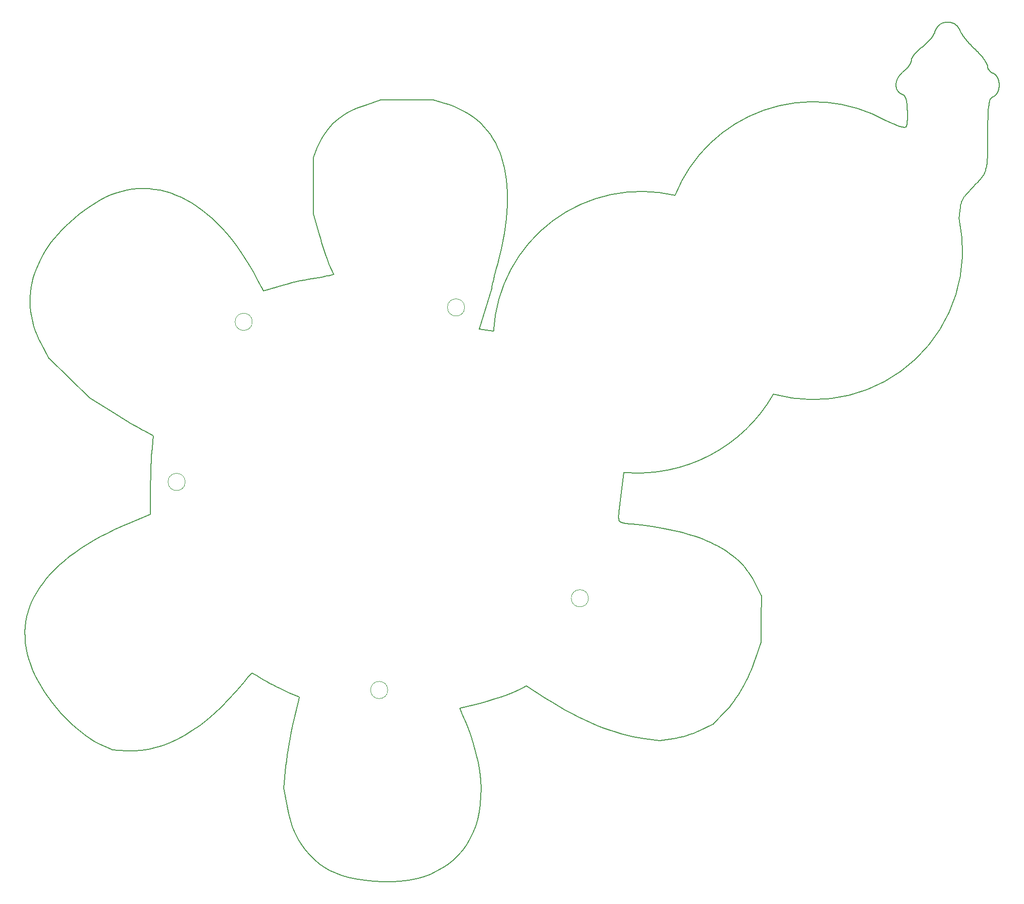
<source format=gbr>
%TF.GenerationSoftware,KiCad,Pcbnew,7.0.9*%
%TF.CreationDate,2023-12-28T12:53:38-06:00*%
%TF.ProjectId,bsidesPR,62736964-6573-4505-922e-6b696361645f,rev?*%
%TF.SameCoordinates,Original*%
%TF.FileFunction,Profile,NP*%
%FSLAX46Y46*%
G04 Gerber Fmt 4.6, Leading zero omitted, Abs format (unit mm)*
G04 Created by KiCad (PCBNEW 7.0.9) date 2023-12-28 12:53:38*
%MOMM*%
%LPD*%
G01*
G04 APERTURE LIST*
%TA.AperFunction,Profile*%
%ADD10C,0.100000*%
%TD*%
%TA.AperFunction,Profile*%
%ADD11C,0.194720*%
%TD*%
G04 APERTURE END LIST*
D10*
X127738000Y-128778000D02*
G75*
G03*
X127738000Y-128778000I-1500000J0D01*
G01*
X92710000Y-144804000D02*
G75*
G03*
X92710000Y-144804000I-1500000J0D01*
G01*
X69064000Y-80494000D02*
G75*
G03*
X69064000Y-80494000I-1500000J0D01*
G01*
X57356000Y-108458000D02*
G75*
G03*
X57356000Y-108458000I-1500000J0D01*
G01*
X106124000Y-77978000D02*
G75*
G03*
X106124000Y-77978000I-1500000J0D01*
G01*
D11*
X71107855Y-143046124D02*
X71594561Y-143324526D01*
X127046150Y-150035087D02*
X128145396Y-150534771D01*
X60333073Y-61008798D02*
X59436693Y-60360916D01*
X44580512Y-155218720D02*
X44585552Y-155220013D01*
X32047465Y-69708865D02*
X31677288Y-70495133D01*
X134511047Y-152730341D02*
X135527043Y-152959588D01*
X79705360Y-51795470D02*
X79703353Y-51800873D01*
X149551657Y-150754556D02*
X149556033Y-150751315D01*
X77719731Y-171891511D02*
X78378739Y-172800754D01*
X188367121Y-29416549D02*
X188324891Y-29505561D01*
X31951602Y-126905515D02*
X31433041Y-127727641D01*
X183353799Y-42672706D02*
X183378706Y-43000058D01*
X100607237Y-41722347D02*
X100599179Y-41721203D01*
X183155833Y-46417163D02*
X183144954Y-46427677D01*
X70732894Y-74567639D02*
X70577593Y-74279518D01*
X133140766Y-115263598D02*
X133117391Y-115223447D01*
X30371470Y-75332810D02*
X30309144Y-76152163D01*
X145566052Y-117715235D02*
X144019286Y-117274773D01*
X44555805Y-155210569D02*
X44560674Y-155212423D01*
X108685583Y-166106938D02*
X108870470Y-164792463D01*
X149568689Y-150740983D02*
X149572746Y-150737339D01*
X57308955Y-152704839D02*
X58592085Y-151911780D01*
X152339830Y-147768460D02*
X152738113Y-147272431D01*
X79690932Y-51856869D02*
X79690465Y-51862607D01*
X181416169Y-39107759D02*
X181418750Y-39251812D01*
X84713205Y-44585704D02*
X84150257Y-44996605D01*
X29383408Y-134695137D02*
X29392281Y-135608890D01*
X81433903Y-48062559D02*
X81078760Y-48684968D01*
X198257673Y-41222445D02*
X198285681Y-41211957D01*
X181133170Y-45988919D02*
X180824258Y-45856713D01*
X29776694Y-138397649D02*
X30024699Y-139341736D01*
X107099221Y-170793000D02*
X107620597Y-169711170D01*
X113597643Y-57791616D02*
X113537000Y-56706952D01*
X90328435Y-178241901D02*
X91918846Y-178324108D01*
X51818835Y-100389890D02*
X51574694Y-102622312D01*
X197573245Y-36424444D02*
X197529194Y-36346404D01*
X197931837Y-41525439D02*
X197952991Y-41490117D01*
X86969176Y-177798108D02*
X88678074Y-178067182D01*
X133012081Y-114742174D02*
X133009219Y-114658941D01*
X30630275Y-73702313D02*
X30478597Y-74515944D01*
X197370539Y-35674701D02*
X197357477Y-35636806D01*
X143643905Y-153091445D02*
X144244146Y-152939419D01*
X184156457Y-34535078D02*
X184132500Y-34606328D01*
X79722106Y-61540296D02*
X79722949Y-61548142D01*
X71023306Y-75057422D02*
X71016121Y-75058496D01*
X68948210Y-141863291D02*
X68956444Y-141854566D01*
X191854761Y-28613604D02*
X191782051Y-28559508D01*
X100566672Y-41719480D02*
X100566886Y-41719808D01*
X184561033Y-33870622D02*
X184501779Y-33947428D01*
X68573126Y-70633430D02*
X67820805Y-69420153D01*
X68777906Y-142050282D02*
X68864481Y-141954104D01*
X129234885Y-150996762D02*
X130313903Y-151420746D01*
X197808708Y-36720873D02*
X197741935Y-36650690D01*
X51295352Y-109659421D02*
X51277774Y-114128171D01*
X157907888Y-128241074D02*
X157905416Y-128234694D01*
X133165253Y-113001964D02*
X133264000Y-112259189D01*
X195322155Y-56493551D02*
X195707971Y-56090345D01*
X183187332Y-46380409D02*
X183176944Y-46393575D01*
X182950200Y-41089497D02*
X182968944Y-41119099D01*
X111178000Y-73077085D02*
X111323031Y-72480312D01*
X197529194Y-36346404D02*
X197492052Y-36268356D01*
X42567844Y-118043687D02*
X41378229Y-118706470D01*
X149560331Y-150747972D02*
X149564551Y-150744527D01*
X183141455Y-36394617D02*
X183079161Y-36453417D01*
X110861602Y-74608335D02*
X110873191Y-74519098D01*
X191475780Y-28375235D02*
X191395882Y-28337200D01*
X144244146Y-152939419D02*
X144853602Y-152762687D01*
X75386713Y-166367798D02*
X75721688Y-167599121D01*
X184088370Y-34889722D02*
X184086900Y-34920191D01*
X44575502Y-155217315D02*
X44580512Y-155218720D01*
X195256369Y-32956090D02*
X195043993Y-32755302D01*
X91457503Y-41760816D02*
X88875472Y-42610425D01*
X43811995Y-117395646D02*
X42567844Y-118043687D01*
X34204937Y-147078274D02*
X34955344Y-148009100D01*
X52934164Y-57505144D02*
X51983536Y-57343394D01*
X30678386Y-80260002D02*
X30890175Y-81078540D01*
X197348423Y-52265296D02*
X197385638Y-51594283D01*
X101254569Y-176463841D02*
X102314568Y-175872221D01*
X197028741Y-35004879D02*
X196967977Y-34911318D01*
X68980879Y-141841129D02*
X68988181Y-141844744D01*
X183324665Y-46031407D02*
X183309606Y-46095368D01*
X47212302Y-57485685D02*
X46261311Y-57707177D01*
X145462979Y-152564137D02*
X146062984Y-152346658D01*
X76001876Y-73670918D02*
X75271114Y-73851571D01*
X184082510Y-34954562D02*
X184075229Y-34992587D01*
X70990891Y-75030826D02*
X70981737Y-75015527D01*
X198083562Y-41328862D02*
X198106541Y-41309198D01*
X50075715Y-57208891D02*
X49120486Y-57236945D01*
X133009219Y-114658941D02*
X133008668Y-114569898D01*
X121428444Y-146982220D02*
X122565810Y-147665675D01*
X45313696Y-57993956D02*
X44370440Y-58346426D01*
X199303244Y-40010473D02*
X199325503Y-39933048D01*
X191554452Y-28416484D02*
X191475780Y-28375235D01*
X33849678Y-124512369D02*
X33160290Y-125297675D01*
X197652606Y-42429412D02*
X197683891Y-42265014D01*
X183023149Y-46492099D02*
X183005517Y-46496736D01*
X179740957Y-45386126D02*
G75*
G03*
X142856688Y-58397001I-12744967J-22656224D01*
G01*
X183409083Y-44728251D02*
X183406031Y-44984209D01*
X198033783Y-36904773D02*
X197955123Y-36848697D01*
X197401476Y-35786803D02*
X197392591Y-35749643D01*
X79705558Y-56698270D02*
X79721190Y-61516629D01*
X111857688Y-70430600D02*
X112224421Y-69024441D01*
X198204335Y-41246295D02*
X198230580Y-41233847D01*
X69869486Y-142331243D02*
X70250107Y-142548663D01*
X197255448Y-53121123D02*
X197292055Y-52853671D01*
X70666048Y-142788740D02*
X71107855Y-143046124D01*
X79725437Y-61563729D02*
X79727080Y-61571456D01*
X190293479Y-28135785D02*
X190293448Y-28135816D01*
X67428168Y-143655530D02*
X67747638Y-143265898D01*
X182787004Y-40899257D02*
X182808733Y-40918788D01*
X69306469Y-71900837D02*
X68573126Y-70633430D01*
X133020935Y-114265871D02*
X133029685Y-114151547D01*
X33530933Y-86819845D02*
X33533368Y-86823699D01*
X182332922Y-46426132D02*
X182237824Y-46399733D01*
X147717645Y-118467687D02*
X147022897Y-118204596D01*
X84665319Y-177204176D02*
X85790386Y-177539543D01*
X183039751Y-46487080D02*
X183023149Y-46492099D01*
X48165688Y-57329075D02*
X47212302Y-57485685D01*
X78836409Y-73079129D02*
X78184527Y-73196916D01*
X157922169Y-128314593D02*
X157921870Y-128307735D01*
X133084659Y-113630077D02*
X133165253Y-113001964D01*
X33412864Y-67398286D02*
X32915548Y-68159773D01*
X183884488Y-35458136D02*
X183849923Y-35519006D01*
X30512914Y-79439455D02*
X30678386Y-80260002D01*
X74568266Y-161920666D02*
X74568379Y-161928275D01*
X185301594Y-33071979D02*
X185133585Y-33232098D01*
X130313903Y-151420746D02*
X131381740Y-151806409D01*
X197322881Y-52568963D02*
X197348423Y-52265296D01*
X33535878Y-86827502D02*
X33538463Y-86831254D01*
X77123514Y-170915601D02*
X77719731Y-171891511D01*
X181490220Y-39667785D02*
X181535089Y-39799104D01*
X183407097Y-43741839D02*
X183410636Y-44157285D01*
X110600376Y-47771823D02*
X110074864Y-47078060D01*
X199043965Y-40584193D02*
X199084719Y-40517801D01*
X30890175Y-81078540D02*
X31148534Y-81894321D01*
X182506795Y-46467999D02*
X182422574Y-46448861D01*
X75398871Y-145237485D02*
X77293402Y-146057797D01*
X196968250Y-54256276D02*
X197041242Y-54051714D01*
X197440456Y-36115363D02*
X197432642Y-36078331D01*
X31453714Y-82706595D02*
X31805969Y-83514612D01*
X113634424Y-145578691D02*
X114684064Y-145172337D01*
X150855381Y-119968411D02*
X150272573Y-119643466D01*
X79721190Y-61516629D02*
X79721225Y-61524533D01*
X79692293Y-51845448D02*
X79691542Y-51851149D01*
X193125791Y-30503495D02*
X192987002Y-30297610D01*
X74412189Y-144786329D02*
X74932679Y-145031097D01*
X192364464Y-29161795D02*
X192308733Y-29082060D01*
X81194720Y-66693102D02*
X81688180Y-68234157D01*
X193278650Y-30718846D02*
X193125791Y-30503495D01*
X133481024Y-152461520D02*
X134511047Y-152730341D01*
X108468773Y-157460094D02*
X108115379Y-155855308D01*
X198802617Y-40884038D02*
X198855904Y-40828908D01*
X187274822Y-31333090D02*
X187114938Y-31509647D01*
X188169901Y-29949858D02*
X188147220Y-30013737D01*
X146305705Y-117953789D02*
X145566052Y-117715235D01*
X156406285Y-125337029D02*
X156112370Y-124847849D01*
X184501779Y-33947428D02*
X184445614Y-34023312D01*
X74568379Y-161928275D02*
X74568742Y-161935874D01*
X75293390Y-155251029D02*
X75151875Y-156230561D01*
X198906684Y-37473038D02*
X198855909Y-37415322D01*
X64943624Y-146488000D02*
X66191302Y-145118173D01*
X187922465Y-30461030D02*
X187871558Y-30543822D01*
X198627676Y-37211985D02*
X198564325Y-37168867D01*
X181431992Y-39393556D02*
X181455835Y-39532408D01*
X94914175Y-178218348D02*
X96316269Y-178034062D01*
X108978373Y-162005649D02*
X108899152Y-160537220D01*
X182422574Y-46448861D02*
X182332922Y-46426132D01*
X153507594Y-146217808D02*
X153878066Y-145660565D01*
X80747885Y-49342446D02*
X80439925Y-50036206D01*
X36255506Y-122233620D02*
X35397495Y-122980116D01*
X33528573Y-86815943D02*
X33530933Y-86819845D01*
X182400904Y-40702142D02*
X182472896Y-40732748D01*
X44600836Y-155223204D02*
X44605979Y-155224038D01*
X184297742Y-34246192D02*
X184256018Y-34319149D01*
X196337514Y-55358424D02*
X196467322Y-55181703D01*
X157906668Y-132378110D02*
X157922263Y-128321469D01*
X81814670Y-47474006D02*
X81433903Y-48062559D01*
X195888308Y-33580192D02*
X195684479Y-33369435D01*
X183262589Y-36273867D02*
X183202631Y-36334720D01*
X47869570Y-115542233D02*
X46463067Y-116144693D01*
X64638367Y-65117107D02*
X63803626Y-64181052D01*
X82429018Y-72427435D02*
X82098534Y-72493867D01*
X70999465Y-75044999D02*
X70990891Y-75030826D01*
X49301487Y-99049382D02*
X49850823Y-99359632D01*
X71594561Y-143324526D02*
X72129702Y-143619305D01*
X182031232Y-46335623D02*
X181919709Y-46297757D01*
X44595716Y-155222255D02*
X44600836Y-155223204D01*
X110074864Y-47078060D02*
X109507804Y-46422215D01*
X33558561Y-86855998D02*
X33561709Y-86859302D01*
X49850823Y-99359632D02*
X50275866Y-99589108D01*
X182199795Y-40595783D02*
X182264346Y-40633587D01*
X148389969Y-118743090D02*
X147717645Y-118467687D01*
X187698637Y-30801130D02*
X187634738Y-30889010D01*
X33552468Y-86849211D02*
X33555480Y-86852634D01*
X51983536Y-57343394D02*
X51030393Y-57244508D01*
X197494617Y-44011830D02*
X197529450Y-43478369D01*
X183996497Y-35228793D02*
X183972491Y-35283510D01*
X199363467Y-38468794D02*
X199345560Y-38389555D01*
X36543666Y-149773815D02*
X37369310Y-150593908D01*
X197105979Y-53836957D02*
X197162906Y-53611064D01*
X198199553Y-36997341D02*
X198157208Y-36976891D01*
X198855909Y-37415322D02*
X198802622Y-37360191D01*
X199426096Y-39287335D02*
X199429186Y-39204770D01*
X44585552Y-155220013D02*
X44590621Y-155221191D01*
X183730948Y-35706120D02*
X183686438Y-35769315D01*
X108677354Y-81738827D02*
X111177355Y-82138827D01*
X182742362Y-40863535D02*
X182764882Y-40880849D01*
X184974722Y-33393166D02*
X184825891Y-33554130D01*
X30393506Y-78617648D02*
X30512914Y-79439455D01*
X70922337Y-74910943D02*
X70865859Y-74809772D01*
X197423545Y-36006413D02*
X197422385Y-35971723D01*
X40710946Y-93763096D02*
X40715543Y-93766822D01*
X192915039Y-59376884D02*
X192985868Y-59217692D01*
X140139105Y-153643811D02*
X140146894Y-153644742D01*
X156451473Y-140573423D02*
X156718906Y-139869011D01*
X182623643Y-40792325D02*
X182648218Y-40804619D01*
X67050337Y-68261444D02*
X66262554Y-67157741D01*
X182648218Y-40804619D02*
X182672373Y-40817857D01*
X182264346Y-40633587D02*
X182331385Y-40669064D01*
X198498452Y-37129170D02*
X198430055Y-37093060D01*
X131381740Y-151806409D02*
X132437684Y-152153438D01*
X183488245Y-36023672D02*
X183434157Y-36086960D01*
X135527043Y-152959588D02*
X136528300Y-153148949D01*
X108968440Y-163424715D02*
X108978373Y-162005649D01*
X183182120Y-41641667D02*
X183209920Y-41746858D01*
X154310745Y-122593494D02*
X153883881Y-122180727D01*
X112548189Y-67649115D02*
X112829041Y-66304916D01*
X38207761Y-151363296D02*
X39052884Y-152075081D01*
X40243359Y-119383770D02*
X39163442Y-120075361D01*
X183391664Y-45436228D02*
X183378868Y-45631950D01*
X79703353Y-51800873D02*
X79701485Y-51806320D01*
X183090519Y-41367017D02*
X183122292Y-41451833D01*
X133458453Y-115508548D02*
X133402627Y-115482536D01*
X134464537Y-115732287D02*
X134223044Y-115698422D01*
X183208048Y-46350974D02*
X183197714Y-46366269D01*
X107126588Y-152523065D02*
X106488955Y-150799518D01*
X183209920Y-41746858D02*
X183235902Y-41858689D01*
X55761133Y-58363546D02*
X54823945Y-58015624D01*
X192797385Y-59711957D02*
X192852383Y-59541148D01*
X44611142Y-155224756D02*
X44616324Y-155225358D01*
X149667414Y-119330951D02*
X149039886Y-119030835D01*
X91529776Y-41749112D02*
X91520576Y-41749307D01*
X40635849Y-60421251D02*
X39733897Y-61056757D01*
X149572746Y-150737339D02*
X149576718Y-150733597D01*
X83252425Y-72235379D02*
X82654769Y-72377957D01*
X29392281Y-135608890D02*
X29460666Y-136530826D01*
X136528300Y-153148949D02*
X137514105Y-153298108D01*
X198061039Y-41350366D02*
X198083562Y-41328862D01*
X157905416Y-128234694D02*
X157902752Y-128228383D01*
X199303224Y-38233750D02*
X199278769Y-38157375D01*
X91475178Y-41755734D02*
X91466295Y-41758097D01*
X30024699Y-139341736D02*
X30332941Y-140292408D01*
X128145396Y-150534771D02*
X129234885Y-150996762D01*
X71008284Y-75059827D02*
X70999465Y-75044999D01*
X186506644Y-32097065D02*
X186415617Y-32174668D01*
X195473491Y-33160946D02*
X195256369Y-32956090D01*
X183005517Y-46496736D02*
X182986777Y-46501035D01*
X67820805Y-69420153D02*
X67050337Y-68261444D01*
X193154114Y-58908619D02*
X193252561Y-58755790D01*
X184091232Y-34818962D02*
X184088370Y-34889722D01*
X71070784Y-75049832D02*
X71060737Y-75051820D01*
X193480687Y-58446168D02*
X193611397Y-58286426D01*
X80057904Y-72868651D02*
X78836409Y-73079129D01*
X68049021Y-142902318D02*
X68325622Y-142573059D01*
X195684479Y-33369435D02*
X195473491Y-33160946D01*
X182137739Y-40555725D02*
X182199795Y-40595783D01*
X83594983Y-176793134D02*
X84665319Y-177204176D01*
X31350081Y-71288327D02*
X31066269Y-72087756D01*
X197752627Y-41978525D02*
X197789787Y-41855631D01*
X33951971Y-66646393D02*
X33412864Y-67398286D01*
X197623572Y-42608449D02*
X197652606Y-42429412D01*
X79695393Y-51828491D02*
X79694219Y-51834117D01*
X191232826Y-28270778D02*
X191149879Y-28242394D01*
X194408624Y-32098526D02*
X194202341Y-31868083D01*
X91511401Y-41749868D02*
X91502264Y-41750793D01*
X157914150Y-128260586D02*
X157912257Y-128254024D01*
X182021142Y-40469141D02*
X182078185Y-40513487D01*
X199278769Y-38157375D02*
X199252105Y-38082147D01*
X181676034Y-38070089D02*
X181610701Y-38219109D01*
X79699754Y-51811808D02*
X79698161Y-51817334D01*
X71016121Y-75058496D02*
X71008284Y-75059827D01*
X111323031Y-72480312D02*
X111487059Y-71830031D01*
X199345579Y-39854668D02*
X199363484Y-39775430D01*
X199192098Y-37935514D02*
X199158728Y-37864301D01*
X198746817Y-40936415D02*
X198802617Y-40884038D01*
X59872809Y-151020227D02*
X61149726Y-150031126D01*
X48377369Y-155418882D02*
X49638110Y-155341791D01*
X79690465Y-51862607D02*
X79690142Y-51868359D01*
X181773833Y-40218343D02*
X181818216Y-40272135D01*
X105297301Y-148005139D02*
X107799262Y-147401624D01*
X196903554Y-34815930D02*
X196835585Y-34718837D01*
X182331385Y-40669064D02*
X182400904Y-40702142D01*
X199325503Y-39933048D02*
X199345579Y-39854668D01*
X79690142Y-51868359D02*
X79689961Y-51874122D01*
X199252105Y-38082147D02*
X199223219Y-38008161D01*
X70865859Y-74809772D02*
X70802468Y-74694956D01*
X133736497Y-115601899D02*
X133658353Y-115580062D01*
X197327542Y-35559893D02*
X197310775Y-35520762D01*
X182385733Y-37065457D02*
X182257854Y-37202389D01*
X86618088Y-43500317D02*
X85945766Y-43838773D01*
X113262203Y-63711066D02*
X113414613Y-62462000D01*
X68570746Y-142286389D02*
X68679548Y-142161487D01*
X181966616Y-40422760D02*
X182021142Y-40469141D01*
X197212564Y-53373020D02*
X197255448Y-53121123D01*
X192757539Y-29922179D02*
X192669818Y-29756606D01*
X182078185Y-40513487D02*
X182137739Y-40555725D01*
X188285757Y-29597398D02*
X188249823Y-29692048D01*
X153127489Y-146755322D02*
X153507594Y-146217808D01*
X193252561Y-58755790D02*
X193361247Y-58602131D01*
X182138677Y-37342102D02*
X182028278Y-37484246D01*
X44550976Y-155208604D02*
X44555805Y-155210569D01*
X184392748Y-34098349D02*
X184343388Y-34172617D01*
X198242398Y-37015833D02*
X198199553Y-36997341D01*
X197467257Y-44615873D02*
X197494617Y-44011830D01*
X30291873Y-76973253D02*
X30319910Y-77795331D01*
X71051973Y-75053362D02*
X71044171Y-75054576D01*
X183361340Y-45807255D02*
X183338339Y-45961972D01*
X196045498Y-55716203D02*
X196197021Y-55536062D01*
X199420929Y-39369712D02*
X199426096Y-39287335D01*
X44370440Y-58346426D02*
X43432524Y-58764990D01*
X108899152Y-160537220D02*
X108729658Y-159021383D01*
X182585598Y-46483623D02*
X182506795Y-46467999D01*
X199379233Y-39695428D02*
X199392838Y-39614760D01*
X196967977Y-34911318D02*
X196903554Y-34815930D01*
X196835585Y-34718837D02*
X196764182Y-34620160D01*
X197741935Y-36650690D02*
X197680106Y-36577370D01*
X180824258Y-45856713D02*
X179740957Y-45386126D01*
X191925718Y-28670909D02*
X191854761Y-28613604D01*
X74932679Y-145031097D02*
X75398871Y-145239484D01*
X197408863Y-35823830D02*
X197401476Y-35786803D01*
X149538088Y-150763647D02*
X149542683Y-150760723D01*
X199000709Y-40648667D02*
X199043965Y-40584193D01*
X70802468Y-74694956D02*
X70732894Y-74567639D01*
X74572692Y-161966046D02*
X75119567Y-165073453D01*
X113067029Y-64992136D02*
X113262203Y-63711066D01*
X142508246Y-153309827D02*
X143062174Y-153215877D01*
X184132500Y-34606328D02*
X184113505Y-34677341D01*
X142382453Y-116882978D02*
X140655405Y-116539614D01*
X185661503Y-32758782D02*
X185477863Y-32913856D01*
X199122973Y-40449656D02*
X199158728Y-40379926D01*
X181750536Y-37921741D02*
X181676034Y-38070089D01*
X182727014Y-46504633D02*
X182659000Y-46495808D01*
X133046502Y-115021106D02*
X133034463Y-114959064D01*
X81688180Y-68234157D02*
X81931117Y-68950787D01*
X192708325Y-60082292D02*
X192749515Y-59891596D01*
X133024708Y-114892032D02*
X133017246Y-114819803D01*
X70971175Y-74997327D02*
X70922337Y-74910943D01*
X96316269Y-178034062D02*
X97652767Y-177764628D01*
X62093005Y-62479656D02*
X61218787Y-61715190D01*
X189456829Y-28350173D02*
X189300586Y-28430638D01*
X183005378Y-41182515D02*
X183023076Y-41216388D01*
X182672373Y-40817857D02*
X182696112Y-40832069D01*
X181732005Y-40162880D02*
X181773833Y-40218343D01*
X113537000Y-56706952D02*
X113433900Y-55656044D01*
X79727080Y-61571456D02*
X79728987Y-61579129D01*
X39898544Y-152722366D02*
X40738604Y-153298254D01*
X100566886Y-41719808D02*
X96047354Y-41735410D01*
X132437684Y-152153438D02*
X133481024Y-152461520D01*
X40729891Y-93777276D02*
X40734851Y-93780515D01*
X183434157Y-36086960D02*
X183378451Y-36149847D01*
X183686438Y-35769315D02*
X183639814Y-35832807D01*
X71037008Y-75055579D02*
X71023306Y-75057422D01*
X137514105Y-153298108D02*
X140139105Y-153643811D01*
X182911635Y-41034354D02*
X182931099Y-41061259D01*
X152963467Y-121393066D02*
X152469881Y-121018113D01*
X183309606Y-46095368D02*
X183293296Y-46153893D01*
X198627670Y-41032243D02*
X198688502Y-40985873D01*
X69533637Y-142141828D02*
X69869486Y-142331243D01*
X183540617Y-35960125D02*
X183488245Y-36023672D01*
X111055621Y-73607476D02*
X111113746Y-73351362D01*
X151954016Y-120655705D02*
X151415856Y-120305814D01*
X107620597Y-169711170D02*
X108059528Y-168568247D01*
X192560375Y-29512719D02*
X192515661Y-29420193D01*
X152469881Y-121018113D02*
X151954016Y-120655705D01*
X157917350Y-128273861D02*
X157915848Y-128267200D01*
X44546189Y-155206528D02*
X44550976Y-155208604D01*
X197910681Y-41563527D02*
X197931837Y-41525439D01*
X199278788Y-40086848D02*
X199303244Y-40010473D01*
X71305311Y-74995851D02*
X71177707Y-75026441D01*
X106488955Y-150799518D02*
X105754340Y-149040296D01*
X43432524Y-58764990D02*
X42500931Y-59250051D01*
X33533368Y-86823699D02*
X33535878Y-86827502D01*
X151933004Y-148242734D02*
X152339830Y-147768460D01*
X100615252Y-41723774D02*
X100607237Y-41722347D01*
X133264620Y-115397247D02*
X133227738Y-115366226D01*
X110850446Y-74659822D02*
X110852757Y-74652642D01*
X107668357Y-154208980D02*
X107126588Y-152523065D01*
X181418209Y-46106756D02*
X181133170Y-45988919D01*
X186947842Y-31683545D02*
X186774768Y-31853323D01*
X81931117Y-68950787D02*
X82162004Y-69602483D01*
X192852383Y-59541148D02*
X192915039Y-59376884D01*
X182871604Y-40984426D02*
X182891805Y-41008753D01*
X113288391Y-54639187D02*
X113100526Y-53656671D01*
X199043967Y-37660036D02*
X199000711Y-37595562D01*
X182851028Y-40961343D02*
X182871604Y-40984426D01*
X189782918Y-28226481D02*
X189617886Y-28282081D01*
X91484141Y-41753728D02*
X91475178Y-41755734D01*
X110854831Y-74645394D02*
X110856667Y-74638083D01*
X184099680Y-34748193D02*
X184091232Y-34818962D01*
X91502264Y-41750793D02*
X91493173Y-41752080D01*
X110060538Y-146779538D02*
X111275116Y-146398622D01*
X197955123Y-36848697D02*
X197879934Y-36787136D01*
X187871558Y-30543822D02*
X187817190Y-30628276D01*
X91466295Y-41758097D02*
X91457503Y-41760816D01*
X199430213Y-39122113D02*
X199429185Y-39039456D01*
X110859619Y-74623298D02*
X110860732Y-74615836D01*
X100123329Y-176977676D02*
X101254569Y-176463841D01*
X197432642Y-36078331D02*
X197426985Y-36041982D01*
X85790386Y-177539543D02*
X86969176Y-177798108D01*
X192127012Y-28862065D02*
X192061949Y-28795141D01*
X187817190Y-30628276D02*
X187759502Y-30714132D01*
X196446588Y-34212402D02*
X196270388Y-34003042D01*
X197572266Y-43011803D02*
X197623572Y-42608449D01*
X33541120Y-86834954D02*
X33543850Y-86838601D01*
X33546652Y-86842193D02*
X33549525Y-86845730D01*
X198074261Y-36930509D02*
X198033783Y-36904773D01*
X183302971Y-42234667D02*
X183321714Y-42373699D01*
X193361247Y-58602131D02*
X193480687Y-58446168D01*
X79728987Y-61579129D02*
X80738753Y-65153348D01*
X199363484Y-39775430D02*
X199379233Y-39695428D01*
X197418492Y-49949885D02*
X197422385Y-47811566D01*
X105243826Y-43305166D02*
X104391373Y-42925617D01*
X51519316Y-103204767D02*
X51469233Y-103928572D01*
X69026029Y-141863426D02*
X69035590Y-141868390D01*
X153878066Y-145660565D02*
X154238542Y-145084269D01*
X109507804Y-46422215D02*
X108899391Y-45804677D01*
X133900000Y-106800000D02*
G75*
G03*
X160020380Y-93125663I2400000J27200000D01*
G01*
X182522234Y-36931659D02*
X182385733Y-37065457D01*
X79696708Y-51822896D02*
X79695393Y-51828491D01*
X44605979Y-155224038D02*
X44611142Y-155224756D01*
X198038908Y-41373843D02*
X198061039Y-41350366D01*
X198746823Y-37307814D02*
X198688508Y-37258356D01*
X188412342Y-29330379D02*
X188367121Y-29416549D01*
X30225353Y-130263098D02*
X29939393Y-131129943D01*
X81622534Y-175748528D02*
X82580385Y-176307543D01*
X140178185Y-153645807D02*
X140186008Y-153645408D01*
X198285681Y-37032269D02*
X198242398Y-37015833D01*
X189150000Y-28523357D02*
X189005910Y-28628213D01*
X155458185Y-123907885D02*
X155097878Y-123457043D01*
X188679626Y-28942668D02*
X188621029Y-29014409D01*
X40738604Y-153298254D02*
X41566929Y-153795847D01*
X111487059Y-71830031D02*
X111666480Y-71141656D01*
X184445614Y-34023312D02*
X184392748Y-34098349D01*
X193620677Y-31170002D02*
X193444105Y-30941677D01*
X183238216Y-46297220D02*
X183228315Y-46316454D01*
X53881294Y-57729356D02*
X52934164Y-57505144D01*
X30972358Y-128561547D02*
X30569735Y-129406832D01*
X75801341Y-152324632D02*
X75623012Y-153268564D01*
X187498407Y-31066374D02*
X187426261Y-31155339D01*
X51574694Y-102622312D02*
X51572695Y-102622312D01*
X198285681Y-41211957D02*
X198359130Y-41183522D01*
X83621058Y-45434081D02*
X83124254Y-45899346D01*
X196796113Y-54641160D02*
X196886656Y-54452229D01*
X183639814Y-35832807D02*
X183591173Y-35896457D01*
X79689925Y-51879895D02*
X79705558Y-56698270D01*
X82654769Y-72377957D02*
X82429018Y-72427435D01*
X110860732Y-74615836D02*
X110861602Y-74608335D01*
X182987335Y-41150095D02*
X183005378Y-41182515D01*
X197422385Y-35971723D02*
X197421514Y-35934670D01*
X44570524Y-155215796D02*
X44575502Y-155217315D01*
X198115424Y-36954581D02*
X198074261Y-36930509D01*
X33160290Y-125297675D02*
X32527528Y-126095465D01*
X187426261Y-31155339D02*
X187274822Y-31333090D01*
X62421435Y-148945424D02*
X63686535Y-147764066D01*
X182886563Y-36621848D02*
X182820792Y-36674870D01*
X151415856Y-120305814D02*
X150855381Y-119968411D01*
X140162526Y-153645807D02*
X140170355Y-153645940D01*
X142856685Y-58397008D02*
G75*
G03*
X111177355Y-82138827I-5901815J-25131242D01*
G01*
X111525982Y-49271553D02*
X111084147Y-48503117D01*
X183176944Y-46393575D02*
X183166470Y-46405811D01*
X133117391Y-115223447D02*
X133096272Y-115179326D01*
X108414896Y-167366184D02*
X108685583Y-166106938D01*
X183110076Y-46454646D02*
X183097440Y-46462263D01*
X40702043Y-93755292D02*
X40706445Y-93759252D01*
X33526290Y-86811992D02*
X33528573Y-86815943D01*
X100582966Y-41719769D02*
X100574825Y-41719480D01*
X190379742Y-28131928D02*
X190293479Y-28135785D01*
X75982164Y-151451569D02*
X75801341Y-152324632D01*
X37169307Y-121500511D02*
X36255506Y-122233620D01*
X30478597Y-74515944D02*
X30371470Y-75332810D01*
X193753893Y-58121430D02*
X193908691Y-57949705D01*
X197432925Y-46050445D02*
X197467257Y-44615873D01*
X72413700Y-74686757D02*
X71988931Y-74811117D01*
X35154376Y-65174062D02*
X34532574Y-65904762D01*
X149542683Y-150760723D02*
X149547207Y-150757692D01*
X197187940Y-35273395D02*
X197138835Y-35186039D01*
X51030393Y-57244508D02*
X50075715Y-57208891D01*
X140154703Y-153645408D02*
X140162526Y-153645807D01*
X183260069Y-41977226D02*
X183282424Y-42102530D01*
X183152814Y-41543303D02*
X183182120Y-41641667D01*
X75721688Y-167599121D02*
X76123485Y-168768279D01*
X182986777Y-46501035D02*
X182945483Y-46507861D01*
X192644473Y-60502432D02*
X192708325Y-60082292D01*
X196467322Y-55181703D02*
X196586793Y-55004310D01*
X182951615Y-36567172D02*
X182886563Y-36621848D01*
X71451882Y-74958560D02*
X71305311Y-74995851D01*
X197292055Y-52853671D02*
X197322881Y-52568963D01*
X186139735Y-32393982D02*
X186047354Y-32461980D01*
X44560674Y-155212423D02*
X44565581Y-155214166D01*
X30332941Y-140292408D02*
X30701602Y-141249265D01*
X199325483Y-38311175D02*
X199303224Y-38233750D01*
X157919759Y-128287310D02*
X157918654Y-128280566D01*
X29543467Y-132893777D02*
X29433863Y-133789966D01*
X192602072Y-29608441D02*
X192560375Y-29512719D01*
X183266784Y-46231569D02*
X183257467Y-46254782D01*
X31433041Y-127727641D02*
X30972358Y-128561547D01*
X183282424Y-42102530D02*
X183302971Y-42234667D01*
X198154132Y-41274860D02*
X198178874Y-41259923D01*
X54741082Y-153991685D02*
X56024820Y-153398456D01*
X149039886Y-119030835D02*
X148389969Y-118743090D01*
X122565810Y-147665675D02*
X123696975Y-148313002D01*
X197232932Y-35358441D02*
X197187940Y-35273395D01*
X149547207Y-150757692D02*
X149551657Y-150754556D01*
X72696159Y-143921668D02*
X73276807Y-144222821D01*
X46261311Y-57707177D02*
X45313696Y-57993956D01*
X154928052Y-143877217D02*
X155256360Y-143247812D01*
X133053503Y-113903642D02*
X133084659Y-113630077D01*
X182667280Y-36801346D02*
X182522234Y-36931659D01*
X70020003Y-73221936D02*
X69306469Y-71900837D01*
X188120079Y-30081098D02*
X188088620Y-30151680D01*
X134223044Y-115698422D02*
X134112255Y-115680632D01*
X191782051Y-28559508D02*
X191707692Y-28508622D01*
X32915548Y-68159773D02*
X32460317Y-68930189D01*
X188460448Y-29247066D02*
X188412342Y-29330379D01*
X184256018Y-34319149D02*
X184218424Y-34391565D01*
X53459140Y-154483580D02*
X54741082Y-153991685D01*
X196586793Y-55004310D02*
X196696275Y-54824658D01*
X157910169Y-128247519D02*
X157907888Y-128241074D01*
X197529450Y-43478369D02*
X197572266Y-43011803D01*
X181680136Y-46210019D02*
X181418209Y-46106756D01*
X31638170Y-143192772D02*
X32202361Y-144174682D01*
X133227738Y-115366226D02*
X133195064Y-115333823D01*
X34532574Y-65904762D02*
X33951971Y-66646393D01*
X182891805Y-41008753D02*
X182911635Y-41034354D01*
X191994815Y-28731422D02*
X191925718Y-28670909D01*
X88875472Y-42610425D02*
X88081587Y-42887357D01*
X116285590Y-144448499D02*
X116930121Y-144102796D01*
X191314862Y-28302381D02*
X191232826Y-28270778D01*
X183396463Y-43356266D02*
X183407097Y-43741839D01*
X44565581Y-155214166D02*
X44570524Y-155215796D01*
X133195064Y-115333823D02*
X133166388Y-115299985D01*
X199158728Y-40379926D02*
X199192105Y-40308711D01*
X197273903Y-35440872D02*
X197232932Y-35358441D01*
X78378739Y-172800754D02*
X79099531Y-173642203D01*
X181802682Y-46255915D02*
X181680136Y-46210019D01*
X183070182Y-46475710D02*
X183055403Y-46481632D01*
X184343388Y-34172617D02*
X184297742Y-34246192D01*
X183406031Y-44984209D02*
X183400471Y-45220258D01*
X198106541Y-41309198D02*
X198130043Y-41291241D01*
X193444105Y-30941677D02*
X193278650Y-30718846D01*
X198688502Y-40985873D02*
X198746817Y-40936415D01*
X133911318Y-115642884D02*
X133820748Y-115622822D01*
X70976683Y-75006901D02*
X70971175Y-74997327D01*
X185133585Y-33232098D02*
X184974722Y-33393166D01*
X133014520Y-114373568D02*
X133020935Y-114265871D01*
X69035590Y-141868390D02*
X69135079Y-141921668D01*
X182237824Y-46399733D02*
X182137266Y-46369589D01*
X199413667Y-38792419D02*
X199404305Y-38710704D01*
X106056092Y-43725351D02*
X105243826Y-43305166D01*
X133077413Y-115131032D02*
X133060821Y-115078360D01*
X31148534Y-81894321D02*
X31453714Y-82706595D01*
X69002314Y-141851621D02*
X69017460Y-141859081D01*
X107799262Y-147401624D02*
X108886071Y-147119315D01*
X41566929Y-153795847D02*
X42377383Y-154208249D01*
X183284715Y-46181129D02*
X183275872Y-46207019D01*
X182789655Y-46510173D02*
X182727014Y-46504633D01*
X183144954Y-46427677D02*
X183133754Y-46437399D01*
X191631791Y-28460947D02*
X191554452Y-28416484D01*
X199379218Y-38548796D02*
X199363467Y-38468794D01*
X194001271Y-31635191D02*
X193806891Y-31401835D01*
X189005910Y-28628213D02*
X188869157Y-28745086D01*
X184218424Y-34391565D02*
X184185168Y-34463516D01*
X37369310Y-150593908D02*
X38207761Y-151363296D01*
X66262554Y-67157741D02*
X65458287Y-66109483D01*
X133402627Y-115482536D02*
X133351854Y-115455350D01*
X51383059Y-105687354D02*
X51322366Y-107672892D01*
X194830926Y-32544121D02*
X194618645Y-32324534D01*
X184075229Y-34992587D02*
X184065087Y-35034015D01*
X183228315Y-46316454D02*
X183218253Y-46334370D01*
X151517996Y-148694577D02*
X151933004Y-148242734D01*
X75119567Y-165073453D02*
X75119567Y-165075437D01*
X190638964Y-28139727D02*
X190552590Y-28133900D01*
X120285590Y-146262952D02*
X121428444Y-146982220D01*
X140186008Y-153645408D02*
X140193817Y-153644742D01*
X70577593Y-74279518D02*
X70404200Y-73953559D01*
X30701602Y-141249265D02*
X31135871Y-142215334D01*
X160020379Y-93125666D02*
G75*
G03*
X192448824Y-62566480I6975611J25083316D01*
G01*
X197828613Y-41745768D02*
X197868960Y-41648534D01*
X33549525Y-86845730D02*
X33552468Y-86849211D01*
X197385638Y-51594283D02*
X197407671Y-50827017D01*
X199404314Y-39533521D02*
X199413673Y-39451806D01*
X157899899Y-128222145D02*
X157896857Y-128215985D01*
X82373701Y-70167488D02*
X82559065Y-70624051D01*
X149533424Y-150766464D02*
X149538088Y-150763647D01*
X199413673Y-39451806D02*
X199420929Y-39369712D01*
X71615706Y-74915067D02*
X71451882Y-74958560D01*
X182472896Y-40732748D02*
X182547354Y-40760808D01*
X187634738Y-30889010D02*
X187567947Y-30977511D01*
X186774768Y-31853323D02*
X186596948Y-32017518D01*
X134112255Y-115680632D02*
X134008416Y-115662137D01*
X82658492Y-46393613D02*
X82222415Y-46918095D01*
X69385460Y-142059213D02*
X69533637Y-142141828D01*
X199122973Y-37794572D02*
X199084720Y-37726428D01*
X198802622Y-37360191D02*
X198746823Y-37307814D01*
X140655405Y-116539614D02*
X138837995Y-116244450D01*
X183202631Y-36334720D02*
X183141455Y-36394617D01*
X149584403Y-150725827D02*
X151517996Y-148694577D01*
X80722436Y-175117216D02*
X81622534Y-175748528D01*
X198130043Y-41291241D02*
X198154132Y-41274860D01*
X44541445Y-155204343D02*
X44546189Y-155206528D01*
X196696275Y-54824658D02*
X196796113Y-54641160D01*
X157918654Y-128280566D02*
X157917350Y-128273861D01*
X79721225Y-61524533D02*
X79721531Y-61532424D01*
X183812791Y-35580793D02*
X183773123Y-35643247D01*
X100574825Y-41719480D02*
X100566672Y-41719480D01*
X197789787Y-41855631D02*
X197828613Y-41745768D01*
X198954951Y-37533174D02*
X198906684Y-37473038D01*
X192602809Y-60983541D02*
X192644473Y-60502432D01*
X32822310Y-145154167D02*
X33491880Y-146124330D01*
X133658353Y-115580062D02*
X133586104Y-115557259D01*
X183972491Y-35283510D02*
X183945802Y-35340139D01*
X197450366Y-36152978D02*
X197440456Y-36115363D01*
X112283068Y-50918300D02*
X111925687Y-50076743D01*
X33561709Y-86859302D02*
X33564925Y-86862546D01*
X134008416Y-115662137D02*
X133911318Y-115642884D01*
X183057459Y-41288615D02*
X183090519Y-41367017D01*
X191066126Y-28217228D02*
X190981673Y-28195283D01*
X40706445Y-93759252D02*
X40710946Y-93763096D01*
X199223232Y-40236063D02*
X199252122Y-40162077D01*
X183945802Y-35340139D02*
X183916457Y-35398430D01*
X199223219Y-38008161D02*
X199192098Y-37935514D01*
X183235902Y-41858689D02*
X183260069Y-41977226D01*
X104391373Y-42925617D02*
X103498926Y-42587090D01*
X82580385Y-176307543D02*
X83594983Y-176793134D01*
X154588658Y-144489594D02*
X154928052Y-143877217D01*
X68956444Y-141854566D02*
X68973090Y-141837186D01*
X49120486Y-57236945D02*
X48165688Y-57329075D01*
X47125430Y-155389905D02*
X48377369Y-155418882D01*
X37264041Y-63054212D02*
X36520405Y-63748119D01*
X113433900Y-55656044D02*
X113288391Y-54639187D01*
X183257467Y-46254782D02*
X183247939Y-46276665D01*
X188869157Y-28745086D02*
X188740583Y-28873857D01*
X56024820Y-153398456D02*
X57308955Y-152704839D01*
X133008668Y-114569898D02*
X133010433Y-114474842D01*
X187969767Y-30380160D02*
X187922465Y-30461030D01*
X112597930Y-51795835D02*
X112283068Y-50918300D01*
X111084147Y-48503117D02*
X110600376Y-47771823D01*
X59436693Y-60360916D02*
X58530480Y-59771984D01*
X74569356Y-161943457D02*
X74570219Y-161951017D01*
X116930121Y-144102796D02*
X120285590Y-146262952D01*
X103301913Y-175204657D02*
X104215192Y-174462989D01*
X197392591Y-35749643D02*
X197382262Y-35712294D01*
X183197714Y-46366269D02*
X183187332Y-46380409D01*
X133029685Y-114151547D02*
X133053503Y-113903642D01*
X182846937Y-46512507D02*
X182789655Y-46510173D01*
X181535089Y-39799104D02*
X181590383Y-39925781D01*
X198430051Y-41151167D02*
X198498446Y-41115057D01*
X77293402Y-146057797D02*
X77170355Y-146563642D01*
X156112370Y-124847849D02*
X155796343Y-124371478D01*
X51322366Y-107672892D02*
X51304137Y-108680143D01*
X199392826Y-38629464D02*
X199379218Y-38548796D01*
X194885276Y-56938519D02*
X195322155Y-56493551D01*
X182968944Y-41119099D02*
X182987335Y-41150095D01*
X183015847Y-36510982D02*
X182951615Y-36567172D01*
X147022897Y-118204596D02*
X146305705Y-117953789D01*
X182898875Y-46511710D02*
X182846937Y-46512507D01*
X198430055Y-37093060D02*
X198359132Y-37060704D01*
X68988181Y-141844744D02*
X69002314Y-141851621D01*
X133166388Y-115299985D02*
X133140766Y-115263598D01*
X199000711Y-37595562D02*
X198954951Y-37533174D01*
X188217196Y-29789494D02*
X188187979Y-29889722D01*
X30309144Y-76152163D02*
X30291873Y-76973253D01*
X108115379Y-155855308D02*
X107668357Y-154208980D01*
X44621524Y-155225842D02*
X47125430Y-155389905D01*
X135349034Y-115830596D02*
X134732194Y-115764832D01*
X85945766Y-43838773D02*
X85311256Y-44200164D01*
X62954895Y-63301756D02*
X62093005Y-62479656D01*
X133060821Y-115078360D02*
X133046502Y-115021106D01*
X78184527Y-73196916D02*
X77480320Y-73338323D01*
X182028278Y-37484246D02*
X181926737Y-37628468D01*
X75398871Y-145239484D02*
X75398871Y-145237485D01*
X196270388Y-34003042D02*
X196083953Y-33791850D01*
X70404200Y-73953559D02*
X70020003Y-73221936D01*
X182808733Y-40918788D02*
X182830073Y-40939474D01*
X98922257Y-177411885D02*
X100123329Y-176977676D01*
X149580604Y-150729760D02*
X149584403Y-150725827D01*
X155878266Y-141940620D02*
X156171139Y-141264185D01*
X30319910Y-77795331D02*
X30393506Y-78617648D01*
X190466147Y-28131300D02*
X190379742Y-28131928D01*
X42500931Y-59250051D02*
X41576644Y-59802014D01*
X181610701Y-38219109D02*
X181554615Y-38368449D01*
X113524312Y-61245230D02*
X113591349Y-60061048D01*
X195882597Y-55900435D02*
X196045498Y-55716203D01*
X41576644Y-59802014D02*
X40635849Y-60421251D01*
X181818216Y-40272135D02*
X181865146Y-40324184D01*
X191395882Y-28337200D02*
X191314862Y-28302381D01*
X197868960Y-41648534D02*
X197910681Y-41563527D01*
X75151875Y-156230561D02*
X75032411Y-157162959D01*
X96047354Y-41735410D02*
X91529776Y-41749112D01*
X182830073Y-40939474D02*
X182851028Y-40961343D01*
X183410636Y-44157285D02*
X183409083Y-44728251D01*
X187759502Y-30714132D02*
X187698637Y-30801130D01*
X157915848Y-128267200D02*
X157914150Y-128260586D01*
X197343127Y-35598556D02*
X197327542Y-35559893D01*
X36520405Y-63748119D02*
X35817085Y-64454958D01*
X74939887Y-158018720D02*
X74568793Y-161905438D01*
X136930075Y-115997251D02*
X136079637Y-115904980D01*
X181554615Y-38368449D02*
X181507855Y-38517758D01*
X184017789Y-35176236D02*
X183996497Y-35228793D01*
X51469233Y-103928572D02*
X51423473Y-104765508D01*
X181418750Y-39251812D02*
X181431992Y-39393556D01*
X71060737Y-75051820D02*
X71051973Y-75053362D01*
X80958480Y-65912186D02*
X81194720Y-66693102D01*
X75032411Y-157162959D02*
X74939887Y-158018720D01*
X197414700Y-35860780D02*
X197408863Y-35823830D01*
X193806891Y-31401835D02*
X193620677Y-31170002D01*
X82162004Y-69602483D02*
X82373701Y-70167488D01*
X38871082Y-61707864D02*
X38047698Y-62373905D01*
X63686535Y-147764066D02*
X64943624Y-146488000D01*
X181926737Y-37628468D02*
X181834130Y-37774417D01*
X140201605Y-153643811D02*
X142508246Y-153309827D01*
X77170355Y-146563642D02*
X76160590Y-150678876D01*
X71988931Y-74811117D02*
X71615706Y-74915067D01*
X149556033Y-150751315D02*
X149560331Y-150747972D01*
X193611397Y-58286426D02*
X193753893Y-58121430D01*
X83124254Y-45899346D02*
X82658492Y-46393613D01*
X111275116Y-146398622D02*
X112482259Y-145992896D01*
X198017103Y-41399424D02*
X198038908Y-41373843D01*
X143062174Y-153215877D02*
X143643905Y-153091445D01*
X150272573Y-119643466D02*
X149667414Y-119330951D01*
X183321714Y-42373699D02*
X183353799Y-42672706D01*
X124821227Y-148923889D02*
X125937856Y-149498021D01*
X157920664Y-128294089D02*
X157919759Y-128287310D01*
X77480320Y-73338323D02*
X76745523Y-73498080D01*
X197462309Y-36191081D02*
X197450366Y-36152978D01*
X156171139Y-141264185D02*
X156451473Y-140573423D01*
X123696975Y-148313002D02*
X124821227Y-148923889D01*
X190552590Y-28133900D02*
X190466147Y-28131300D01*
X199084720Y-37726428D02*
X199043967Y-37660036D01*
X192749515Y-59891596D02*
X192797385Y-59711957D01*
X197717280Y-42114852D02*
X197752627Y-41978525D01*
X184687979Y-33713941D02*
X184561033Y-33870622D01*
X192468034Y-29330862D02*
X192417600Y-29244729D01*
X149523893Y-150771767D02*
X149528691Y-150769171D01*
X153434794Y-121780594D02*
X152963467Y-121393066D01*
X33521956Y-86803952D02*
X33524084Y-86807995D01*
X31135871Y-142215334D02*
X31638170Y-143192772D01*
X49638110Y-155341791D02*
X50906253Y-155159579D01*
X133034463Y-114959064D02*
X133024708Y-114892032D01*
X75119567Y-165075437D02*
X75386713Y-166367798D01*
X76160590Y-150678876D02*
X75982164Y-151451569D01*
X183084169Y-46469269D02*
X183070182Y-46475710D01*
X156718906Y-139869011D02*
X156973075Y-139151624D01*
X199084719Y-40517801D02*
X199122973Y-40449656D01*
X190981673Y-28195283D02*
X190896625Y-28176559D01*
X100599179Y-41721203D02*
X100591086Y-41720343D01*
X45110472Y-116762573D02*
X43811995Y-117395646D01*
X183400471Y-45220258D02*
X183391664Y-45436228D01*
X157896857Y-128215985D02*
X156678107Y-125839047D01*
X154715404Y-123018923D02*
X154310745Y-122593494D01*
X79881099Y-174414733D02*
X80722436Y-175117216D01*
X183378706Y-43000058D02*
X183396463Y-43356266D01*
X188088620Y-30151680D02*
X188052987Y-30225225D01*
X133017246Y-114819803D02*
X133012081Y-114742174D01*
X107559282Y-44686072D02*
X106827975Y-44185782D01*
X194076307Y-57769776D02*
X194452059Y-57379406D01*
X34955344Y-148009100D02*
X35736965Y-148909913D01*
X41378229Y-118706470D02*
X40243359Y-119383770D01*
X72129702Y-143619305D02*
X72696159Y-143921668D01*
X103498926Y-42587090D02*
X102566680Y-42289975D01*
X110873191Y-74519098D02*
X110893700Y-74395156D01*
X56691878Y-58772717D02*
X55761133Y-58363546D01*
X66191302Y-145118173D02*
X67428168Y-143655530D01*
X197138835Y-35186039D02*
X197085731Y-35096493D01*
X155796343Y-124371478D02*
X155458185Y-123907885D01*
X108059528Y-168568247D02*
X108414896Y-167366184D01*
X69135079Y-141921668D02*
X69252155Y-141985551D01*
X192669818Y-29756606D02*
X192602072Y-29608441D01*
X183055403Y-46481632D02*
X183039751Y-46487080D01*
X35817085Y-64454958D02*
X35154376Y-65174062D01*
X80439925Y-50036206D02*
X79707503Y-51790113D01*
X190725165Y-28148780D02*
X190638964Y-28139727D01*
X74574976Y-74034768D02*
X73935198Y-74215242D01*
X155573219Y-142602055D02*
X155878266Y-141940620D01*
X146062984Y-152346658D02*
X146644322Y-152113139D01*
X133264000Y-112259189D02*
X133900000Y-106800000D01*
X113591349Y-60061048D02*
X113615776Y-58909746D01*
X74568742Y-161935874D02*
X74569356Y-161943457D01*
X194618645Y-32324534D02*
X194408624Y-32098526D01*
X30569735Y-129406832D02*
X30225353Y-130263098D01*
X190896625Y-28176559D02*
X190811087Y-28161058D01*
X79701485Y-51806320D02*
X79699754Y-51811808D01*
X75452065Y-154253863D02*
X75293390Y-155251029D01*
X149528691Y-150769171D02*
X149533424Y-150766464D01*
X74571331Y-161958549D02*
X74572692Y-161966046D01*
X68679548Y-142161487D02*
X68777906Y-142050282D01*
X182547354Y-40760808D02*
X182598644Y-40780945D01*
X187567947Y-30977511D02*
X187498407Y-31066374D01*
X82222415Y-46918095D02*
X81814670Y-47474006D01*
X154238542Y-145084269D02*
X154588658Y-144489594D01*
X157902752Y-128228383D02*
X157899899Y-128222145D01*
X197407671Y-50827017D02*
X197418492Y-49949885D01*
X138837995Y-116244450D02*
X136930075Y-115997251D01*
X42377383Y-154208249D02*
X44541445Y-155204343D01*
X39733897Y-61056757D02*
X38871082Y-61707864D01*
X193065388Y-59062095D02*
X193154114Y-58908619D01*
X199392838Y-39614760D02*
X199404314Y-39533521D01*
X73373519Y-74387723D02*
X72878925Y-74544716D01*
X102566680Y-42289975D02*
X100631125Y-41727475D01*
X35397495Y-122980116D02*
X34595482Y-123739774D01*
X197426985Y-36041982D02*
X197423545Y-36006413D01*
X46463067Y-116144693D02*
X45110472Y-116762573D01*
X39052884Y-152075081D02*
X39898544Y-152722366D01*
X197492052Y-36268356D02*
X197462309Y-36191081D01*
X188324891Y-29505561D02*
X188285757Y-29597398D01*
X35736965Y-148909913D02*
X36543666Y-149773815D01*
X76745523Y-73498080D02*
X76001876Y-73670918D01*
X198178874Y-41259923D02*
X198204335Y-41246295D01*
X198359130Y-41183522D02*
X198430051Y-41151167D01*
X197421514Y-35934670D02*
X197418934Y-35897708D01*
X110922662Y-74239266D02*
X110959613Y-74054185D01*
X181470498Y-38666684D02*
X181442623Y-38814875D01*
X199345560Y-38389555D02*
X199325483Y-38311175D01*
X140193817Y-153644742D02*
X140201605Y-153643811D01*
X192448824Y-62566480D02*
X192500000Y-61700000D01*
X40720235Y-93770428D02*
X40725018Y-93773914D01*
X199426094Y-38956891D02*
X199420925Y-38874513D01*
X197418934Y-35897708D02*
X197414700Y-35860780D01*
X110858264Y-74630716D02*
X110859619Y-74623298D01*
X50275866Y-99589108D02*
X51818835Y-100389890D01*
X113615776Y-58909746D02*
X113597643Y-57791616D01*
X190293448Y-28135816D02*
X190121540Y-28153229D01*
X197382262Y-35712294D02*
X197370539Y-35674701D01*
X74570219Y-161951017D02*
X74571331Y-161958549D01*
X29939393Y-131129943D02*
X29712038Y-132006969D01*
X115583635Y-144790163D02*
X116285590Y-144448499D01*
X197162906Y-53611064D02*
X197212564Y-53373020D01*
X33491880Y-146124330D02*
X34204937Y-147078274D01*
X183849923Y-35519006D02*
X183812791Y-35580793D01*
X198230580Y-41233847D02*
X198257673Y-41222445D01*
X183133754Y-46437399D02*
X183122154Y-46446373D01*
X108249819Y-45225833D02*
X107559282Y-44686072D01*
X61218787Y-61715190D02*
X60333073Y-61008798D01*
X183293296Y-46153893D02*
X183284715Y-46181129D01*
X114684064Y-145172337D02*
X115583635Y-144790163D01*
X63803626Y-64181052D02*
X62954895Y-63301756D01*
X198564319Y-41075360D02*
X198627670Y-41032243D01*
X69252155Y-141985551D02*
X69385460Y-142059213D01*
X199158728Y-37864301D02*
X199122973Y-37794572D01*
X156973075Y-139151624D02*
X157889090Y-136436749D01*
X79693186Y-51839770D02*
X79692293Y-51845448D01*
X194202341Y-31868083D02*
X194001271Y-31635191D01*
X195707971Y-56090345D02*
X195882597Y-55900435D01*
X186324020Y-32250143D02*
X186232008Y-32323309D01*
X183079161Y-36453417D02*
X183015847Y-36510982D01*
X191707692Y-28508622D02*
X191631791Y-28460947D01*
X181919709Y-46297757D02*
X181802682Y-46255915D01*
X33543850Y-86838601D02*
X33546652Y-86842193D01*
X152738113Y-147272431D02*
X153127489Y-146755322D01*
X183218253Y-46334370D02*
X183208048Y-46350974D01*
X105754340Y-149040296D02*
X105297301Y-148005139D01*
X183097440Y-46462263D02*
X183084169Y-46469269D01*
X157921870Y-128307735D02*
X157921368Y-128300899D01*
X188187979Y-29889722D02*
X188169901Y-29949858D01*
X68325622Y-142573059D02*
X68570746Y-142286389D01*
X190121540Y-28153229D02*
X189951083Y-28183491D01*
X182719440Y-40847285D02*
X182742362Y-40863535D01*
X186596948Y-32017518D02*
X186506644Y-32097065D01*
X197310775Y-35520762D02*
X197273903Y-35440872D01*
X182659000Y-46495808D02*
X182585598Y-46483623D01*
X133351854Y-115455350D02*
X133305922Y-115426938D01*
X189951083Y-28183491D02*
X189782918Y-28226481D01*
X108886071Y-147119315D02*
X110060538Y-146779538D01*
X189300586Y-28430638D02*
X189150000Y-28523357D01*
X58530480Y-59771984D02*
X57615265Y-59242438D01*
X38138689Y-120781016D02*
X37169307Y-121500511D01*
X133096272Y-115179326D02*
X133077413Y-115131032D01*
X32460317Y-68930189D02*
X32047465Y-69708865D01*
X44616324Y-155225358D02*
X44621524Y-155225842D01*
X184052113Y-35078598D02*
X184036337Y-35126088D01*
X190811087Y-28161058D02*
X190725165Y-28148780D01*
X188621029Y-29014409D02*
X188564897Y-29089066D01*
X197623712Y-36501694D02*
X197573245Y-36424444D01*
X133305922Y-115426938D02*
X133264620Y-115397247D01*
X111113746Y-73351362D02*
X111178000Y-73077085D01*
X100591086Y-41720343D02*
X100582966Y-41719769D01*
X183338339Y-45961972D02*
X183324665Y-46031407D01*
X197995559Y-41427242D02*
X198017103Y-41399424D01*
X181590383Y-39925781D02*
X181656041Y-40047235D01*
X85311256Y-44200164D02*
X84713205Y-44585704D01*
X192863759Y-30103176D02*
X192757539Y-29922179D01*
X61149726Y-150031126D02*
X62421435Y-148945424D01*
X88081587Y-42887357D02*
X87329577Y-43183583D01*
X133820748Y-115622822D02*
X133736497Y-115601899D01*
X47919897Y-98240262D02*
X49301487Y-99049382D01*
X134732194Y-115764832D02*
X134464537Y-115732287D01*
X31805969Y-83514612D02*
X32205550Y-84317624D01*
X108870470Y-164792463D02*
X108968440Y-163424715D01*
X75271114Y-73851571D02*
X74574976Y-74034768D01*
X51572695Y-102622312D02*
X51519316Y-103204767D01*
X71044171Y-75054576D02*
X71037008Y-75055579D01*
X197041242Y-54051714D02*
X197105979Y-53836957D01*
X183275872Y-46207019D02*
X183266784Y-46231569D01*
X149564551Y-150744527D02*
X149568689Y-150740983D01*
X133586104Y-115557259D02*
X133519541Y-115533439D01*
X106496520Y-171811780D02*
X107099221Y-170793000D01*
X196083953Y-33791850D02*
X195888308Y-33580192D01*
X157922263Y-128321469D02*
X157922169Y-128314593D01*
X51304137Y-108680143D02*
X51295352Y-109659421D01*
X196197021Y-55536062D02*
X196337514Y-55358424D01*
X181507855Y-38517758D02*
X181470498Y-38666684D01*
X199429185Y-39039456D02*
X199426094Y-38956891D01*
X199429186Y-39204770D02*
X199430213Y-39122113D01*
X183247939Y-46276665D02*
X183238216Y-46297220D01*
X192515661Y-29420193D02*
X192468034Y-29330862D01*
X181424308Y-38961980D02*
X181416169Y-39107759D01*
X79694219Y-51834117D02*
X79693186Y-51839770D01*
X184036337Y-35126088D02*
X184017789Y-35176236D01*
X31677288Y-70495133D02*
X31350081Y-71288327D01*
X157912257Y-128254024D02*
X157910169Y-128247519D01*
X29712038Y-132006969D02*
X29543467Y-132893777D01*
X192987002Y-30297610D02*
X192863759Y-30103176D01*
X79722949Y-61548142D02*
X79724059Y-61555955D01*
X125937856Y-149498021D02*
X127046150Y-150035087D01*
X79099531Y-173642203D02*
X79881099Y-174414733D01*
X97652767Y-177764628D02*
X98922257Y-177411885D01*
X44654772Y-96243405D02*
X46311019Y-97269139D01*
X188052987Y-30225225D02*
X188013322Y-30301471D01*
X198157208Y-36976891D02*
X198115424Y-36954581D01*
X188740583Y-28873857D02*
X188679626Y-28942668D01*
X184185168Y-34463516D02*
X184156457Y-34535078D01*
X183122154Y-46446373D02*
X183110076Y-46454646D01*
X146644322Y-152113139D02*
X147197699Y-151866467D01*
X52180397Y-154873193D02*
X53459140Y-154483580D01*
X111925687Y-50076743D02*
X111525982Y-49271553D01*
X140170355Y-153645940D02*
X140178185Y-153645807D01*
X183378451Y-36149847D02*
X183321229Y-36212196D01*
X188511335Y-29166623D02*
X188460448Y-29247066D01*
X144019286Y-117274773D02*
X142382453Y-116882978D01*
X40697741Y-93751218D02*
X40702043Y-93755292D01*
X111666480Y-71141656D02*
X111857688Y-70430600D01*
X184086900Y-34920191D02*
X184082510Y-34954562D01*
X182257854Y-37202389D02*
X182138677Y-37342102D01*
X198564325Y-37168867D02*
X198498452Y-37129170D01*
X110847899Y-74666928D02*
X110850446Y-74659822D01*
X186232008Y-32323309D02*
X186139735Y-32393982D01*
X196764182Y-34620160D02*
X196611528Y-34418564D01*
X194452059Y-57379406D02*
X194885276Y-56938519D01*
X91493173Y-41752080D02*
X91484141Y-41753728D01*
X100631125Y-41727475D02*
X100623217Y-41725484D01*
X183122292Y-41451833D02*
X183152814Y-41543303D01*
X193908691Y-57949705D02*
X194076307Y-57769776D01*
X111004088Y-73842669D02*
X111055621Y-73607476D01*
X70981737Y-75015527D02*
X70976683Y-75006901D01*
X44590621Y-155221191D02*
X44595716Y-155222255D01*
X87329577Y-43183583D02*
X86618088Y-43500317D01*
X157889090Y-136436749D02*
X157906668Y-132380109D01*
X58592085Y-151911780D02*
X59872809Y-151020227D01*
X192500000Y-61700000D02*
X192602809Y-60983541D01*
X153883881Y-122180727D02*
X153434794Y-121780594D01*
X198906680Y-40771191D02*
X198954948Y-40711056D01*
X110852757Y-74652642D02*
X110854831Y-74645394D01*
X40715543Y-93766822D02*
X40720235Y-93770428D01*
X79698161Y-51817334D02*
X79696708Y-51822896D01*
X32202361Y-144174682D02*
X32822310Y-145154167D01*
X183916457Y-35398430D02*
X183884488Y-35458136D01*
X51423473Y-104765508D02*
X51383059Y-105687354D01*
X102314568Y-175872221D02*
X103301913Y-175204657D01*
X136079637Y-115904980D02*
X135349034Y-115830596D01*
X65458287Y-66109483D02*
X64638367Y-65117107D01*
X183166470Y-46405811D02*
X183155833Y-46417163D01*
X32527528Y-126095465D02*
X31951602Y-126905515D01*
X72878925Y-74544716D02*
X72413700Y-74686757D01*
X157906668Y-132380109D02*
X157906668Y-132378110D01*
X37131335Y-90305905D02*
X40697741Y-93751218D01*
X110893700Y-74395156D02*
X110922662Y-74239266D01*
X198954948Y-40711056D02*
X199000709Y-40648667D01*
X51277774Y-114128171D02*
X47869570Y-115542233D01*
X196886656Y-54452229D02*
X196968250Y-54256276D01*
X82098534Y-72493867D02*
X81189096Y-72665498D01*
X110856667Y-74638083D02*
X110858264Y-74630716D01*
X105052994Y-173649060D02*
X105813907Y-172764710D01*
X147197699Y-151866467D02*
X149514105Y-150776624D01*
X181442623Y-38814875D02*
X181424308Y-38961980D01*
X181455835Y-39532408D02*
X181490220Y-39667785D01*
X31066269Y-72087756D02*
X30826249Y-72892668D01*
X197952991Y-41490117D02*
X197974210Y-41457429D01*
X182598644Y-40780945D02*
X182623643Y-40792325D01*
X79721531Y-61532424D02*
X79722106Y-61540296D01*
X113414613Y-62462000D02*
X113524312Y-61245230D01*
X188147220Y-30013737D02*
X188120079Y-30081098D01*
X68937934Y-141874280D02*
X68948210Y-141863291D01*
X182137266Y-46369589D02*
X182031232Y-46335623D01*
X182764882Y-40880849D02*
X182787004Y-40899257D01*
X144853602Y-152762687D02*
X145462979Y-152564137D01*
X40725018Y-93773914D02*
X40729891Y-93777276D01*
X181865146Y-40324184D02*
X181914615Y-40374417D01*
X196611528Y-34418564D02*
X196446588Y-34212402D01*
X189617886Y-28282081D02*
X189456829Y-28350173D01*
X91520576Y-41749307D02*
X91511401Y-41749868D01*
X76123485Y-168768279D02*
X76591097Y-169874148D01*
X73276807Y-144222821D02*
X73854524Y-144513973D01*
X197879934Y-36787136D02*
X197808708Y-36720873D01*
X199420925Y-38874513D02*
X199413667Y-38792419D01*
X100623217Y-41725484D02*
X100615252Y-41723774D01*
X104215192Y-174462989D02*
X105052994Y-173649060D01*
X46311019Y-97269139D02*
X47919897Y-98240262D01*
X155097878Y-123457043D02*
X154715404Y-123018923D01*
X133010433Y-114474842D02*
X133014520Y-114373568D01*
X198855904Y-40828908D02*
X198906680Y-40771191D01*
X149519030Y-150774252D02*
X149523893Y-150771767D01*
X70250107Y-142548663D02*
X70666048Y-142788740D01*
X33524084Y-86807995D02*
X33526290Y-86811992D01*
X81189096Y-72665498D02*
X80057904Y-72868651D01*
X33555480Y-86852634D02*
X33558561Y-86855998D01*
X197680106Y-36577370D02*
X197623712Y-36501694D01*
X112829041Y-66304916D02*
X113067029Y-64992136D01*
X73854524Y-144513973D02*
X74412189Y-144786329D01*
X40734851Y-93780515D02*
X44654772Y-96243405D01*
X76591097Y-169874148D02*
X77123514Y-170915601D01*
X182696112Y-40832069D02*
X182719440Y-40847285D01*
X181834130Y-37774417D02*
X181750536Y-37921741D01*
X191149879Y-28242394D02*
X191066126Y-28217228D01*
X108899391Y-45804677D02*
X108249819Y-45225833D01*
X108677354Y-81738827D02*
X110847899Y-74666928D01*
X197357477Y-35636806D02*
X197343127Y-35598556D01*
X186415617Y-32174668D02*
X186324020Y-32250143D01*
X68864481Y-141954104D02*
X68937934Y-141874280D01*
X197974210Y-41457429D02*
X197995559Y-41427242D01*
X79724059Y-61555955D02*
X79725437Y-61563729D01*
X192417600Y-29244729D02*
X192364464Y-29161795D01*
X187114938Y-31509647D02*
X186947842Y-31683545D01*
X110959613Y-74054185D02*
X111004088Y-73842669D01*
X73935198Y-74215242D02*
X73373519Y-74387723D01*
X155256360Y-143247812D02*
X155573219Y-142602055D01*
X197085731Y-35096493D02*
X197028741Y-35004879D01*
X185851629Y-32607807D02*
X185661503Y-32758782D01*
X108729658Y-159021383D02*
X108468773Y-157460094D01*
X181656041Y-40047235D02*
X181732005Y-40162880D01*
X184065087Y-35034015D02*
X184052113Y-35078598D01*
X199404305Y-38710704D02*
X199392826Y-38629464D01*
X74568404Y-161913051D02*
X74568266Y-161920666D01*
X80738753Y-65153348D02*
X80958480Y-65912186D01*
X183023076Y-41216388D02*
X183057459Y-41288615D01*
X192308733Y-29082060D02*
X192250510Y-29005526D01*
X54823945Y-58015624D02*
X53881294Y-57729356D01*
X133519541Y-115533439D02*
X133458453Y-115508548D01*
X69017460Y-141859081D02*
X69026029Y-141863426D01*
X198359132Y-37060704D02*
X198285681Y-37032269D01*
X181914615Y-40374417D02*
X181966616Y-40422760D01*
X112870356Y-52708790D02*
X112597930Y-51795835D01*
X34595482Y-123739774D02*
X33849678Y-124512369D01*
X188013322Y-30301471D02*
X187969767Y-30380160D01*
X68973090Y-141837186D02*
X68980879Y-141841129D01*
X199252122Y-40162077D02*
X199278788Y-40086848D01*
X50906253Y-155159579D02*
X52180397Y-154873193D01*
X192985868Y-59217692D02*
X193065388Y-59062095D01*
X112224421Y-69024441D02*
X112548189Y-67649115D01*
X149514105Y-150776624D02*
X149519030Y-150774252D01*
X188564897Y-29089066D02*
X188511335Y-29166623D01*
X33538463Y-86831254D02*
X33541120Y-86834954D01*
X38047698Y-62373905D02*
X37264041Y-63054212D01*
X195043993Y-32755302D02*
X194830926Y-32544121D01*
X198688508Y-37258356D02*
X198627676Y-37211985D01*
X182820792Y-36674870D02*
X182667280Y-36801346D01*
X39163442Y-120075361D02*
X38138689Y-120781016D01*
X57615265Y-59242438D02*
X56691878Y-58772717D01*
X184825891Y-33554130D02*
X184687979Y-33713941D01*
X81078760Y-48684968D02*
X80747885Y-49342446D01*
X197683891Y-42265014D02*
X197717280Y-42114852D01*
X93447897Y-178315643D02*
X94914175Y-178218348D01*
X198498446Y-41115057D02*
X198564319Y-41075360D01*
X113100526Y-53656671D02*
X112870356Y-52708790D01*
X79691542Y-51851149D02*
X79690932Y-51856869D01*
X67747638Y-143265898D02*
X68049021Y-142902318D01*
X82559065Y-70624051D02*
X83252425Y-72235379D01*
X29433863Y-133789966D02*
X29383408Y-134695137D01*
X91918846Y-178324108D02*
X93447897Y-178315643D01*
X192189901Y-28932194D02*
X192127012Y-28862065D01*
X185477863Y-32913856D02*
X185301594Y-33071979D01*
X199192105Y-40308711D02*
X199223232Y-40236063D01*
X79689961Y-51874122D02*
X79689925Y-51879895D01*
X197422385Y-47811566D02*
X197432925Y-46050445D01*
X188249823Y-29692048D02*
X188217196Y-29789494D01*
X149576718Y-150733597D02*
X149580604Y-150729760D01*
X71177707Y-75026441D02*
X71070784Y-75049832D01*
X192061949Y-28795141D02*
X191994815Y-28731422D01*
X74568793Y-161905438D02*
X74568404Y-161913051D01*
X183378868Y-45631950D02*
X183361340Y-45807255D01*
X29460666Y-136530826D02*
X29588743Y-137460546D01*
X186047354Y-32461980D02*
X185851629Y-32607807D01*
X183321229Y-36212196D02*
X183262589Y-36273867D01*
X182931099Y-41061259D02*
X182950200Y-41089497D01*
X105813907Y-172764710D02*
X106496520Y-171811780D01*
X182945483Y-46507861D02*
X182898875Y-46511710D01*
X183591173Y-35896457D02*
X183540617Y-35960125D01*
X32205550Y-84317624D02*
X33521956Y-86803952D01*
X33564925Y-86862546D02*
X37131335Y-90305905D01*
X75623012Y-153268564D02*
X75452065Y-154253863D01*
X112482259Y-145992896D02*
X113634424Y-145578691D01*
X183773123Y-35643247D02*
X183730948Y-35706120D01*
X106827975Y-44185782D02*
X106056092Y-43725351D01*
X184113505Y-34677341D02*
X184099680Y-34748193D01*
X84150257Y-44996605D02*
X83621058Y-45434081D01*
X30826249Y-72892668D02*
X30630275Y-73702313D01*
X29588743Y-137460546D02*
X29776694Y-138397649D01*
X157921368Y-128300899D02*
X157920664Y-128294089D01*
X79707503Y-51790113D02*
X79705360Y-51795470D01*
X140146894Y-153644742D02*
X140154703Y-153645408D01*
X156678107Y-125839047D02*
X156406285Y-125337029D01*
X88678074Y-178067182D02*
X90328435Y-178241901D01*
X192250510Y-29005526D02*
X192189901Y-28932194D01*
M02*

</source>
